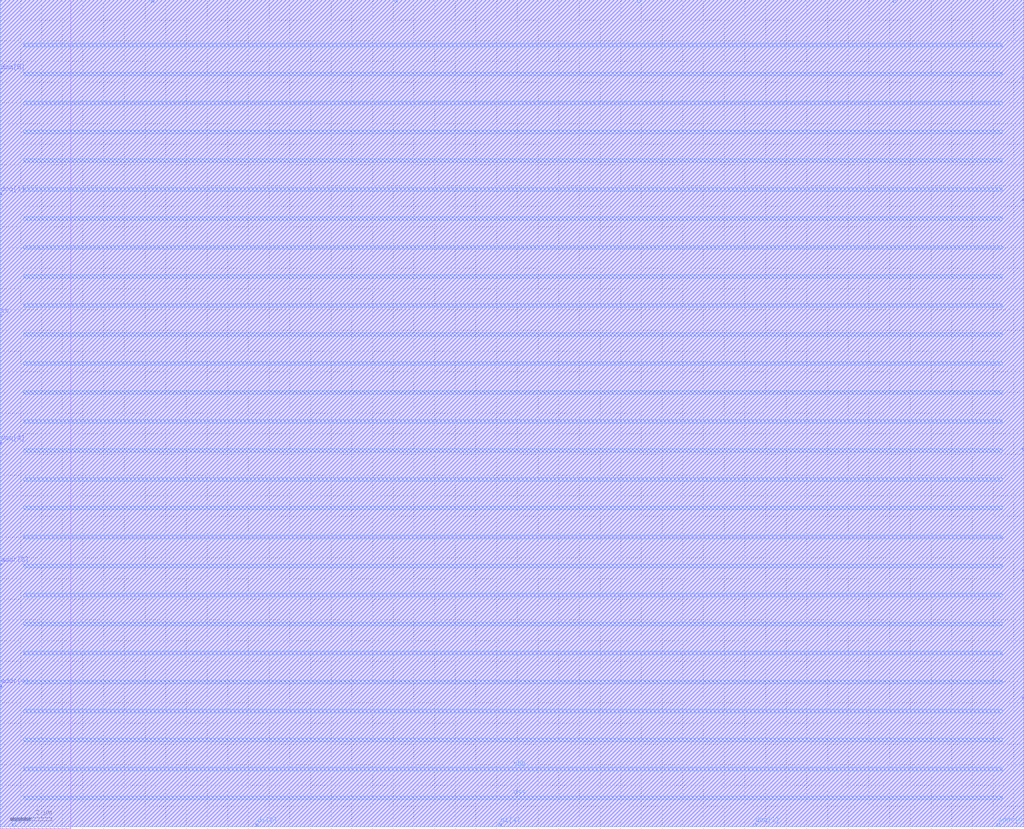
<source format=lef>
VERSION 5.8 ;
BUSBITCHARS "[]" ;
DIVIDERCHAR "/" ;
UNITS
    DATABASE MICRONS 2000 ;
END UNITS

MACRO macro_6x6
  FOREIGN macro_6x6 0 0 ;
  CLASS BLOCK ;
  SIZE 49.49 BY 39.995 ;
  PIN VSS
    USE GROUND ;
    DIRECTION INOUT ;
    PORT
      LAYER metal4 ;
        RECT  1.14 37.715 48.45 37.885 ;
        RECT  1.14 34.915 48.45 35.085 ;
        RECT  1.14 32.115 48.45 32.285 ;
        RECT  1.14 29.315 48.45 29.485 ;
        RECT  1.14 26.515 48.45 26.685 ;
        RECT  1.14 23.715 48.45 23.885 ;
        RECT  1.14 20.915 48.45 21.085 ;
        RECT  1.14 18.115 48.45 18.285 ;
        RECT  1.14 15.315 48.45 15.485 ;
        RECT  1.14 12.515 48.45 12.685 ;
        RECT  1.14 9.715 48.45 9.885 ;
        RECT  1.14 6.915 48.45 7.085 ;
        RECT  1.14 4.115 48.45 4.285 ;
        RECT  1.14 1.315 48.45 1.485 ;
    END
  END VSS
  PIN VDD
    USE POWER ;
    DIRECTION INOUT ;
    PORT
      LAYER metal4 ;
        RECT  1.14 36.315 48.45 36.485 ;
        RECT  1.14 33.515 48.45 33.685 ;
        RECT  1.14 30.715 48.45 30.885 ;
        RECT  1.14 27.915 48.45 28.085 ;
        RECT  1.14 25.115 48.45 25.285 ;
        RECT  1.14 22.315 48.45 22.485 ;
        RECT  1.14 19.515 48.45 19.685 ;
        RECT  1.14 16.715 48.45 16.885 ;
        RECT  1.14 13.915 48.45 14.085 ;
        RECT  1.14 11.115 48.45 11.285 ;
        RECT  1.14 8.315 48.45 8.485 ;
        RECT  1.14 5.515 48.45 5.685 ;
        RECT  1.14 2.715 48.45 2.885 ;
    END
  END VDD
  PIN addr[0]
    DIRECTION INPUT ;
    USE SIGNAL ;
    PORT
      LAYER metal4 ;
        RECT  48.185 0 48.325 0.14 ;
    END
  END addr[0]
  PIN addr[1]
    DIRECTION INPUT ;
    USE SIGNAL ;
    PORT
      LAYER metal3 ;
        RECT  49.42 36.155 49.49 36.225 ;
    END
  END addr[1]
  PIN addr[2]
    DIRECTION INPUT ;
    USE SIGNAL ;
    PORT
      LAYER metal4 ;
        RECT  43.145 39.855 43.285 39.995 ;
    END
  END addr[2]
  PIN addr[3]
    DIRECTION INPUT ;
    USE SIGNAL ;
    PORT
      LAYER metal4 ;
        RECT  19.065 39.855 19.205 39.995 ;
    END
  END addr[3]
  PIN addr[4]
    DIRECTION INPUT ;
    USE SIGNAL ;
    PORT
      LAYER metal3 ;
        RECT  0 6.755 0.07 6.825 ;
    END
  END addr[4]
  PIN addr[5]
    DIRECTION INPUT ;
    USE SIGNAL ;
    PORT
      LAYER metal3 ;
        RECT  0 12.635 0.07 12.705 ;
    END
  END addr[5]
  PIN clk
    DIRECTION INPUT ;
    USE SIGNAL ;
    PORT
      LAYER metal3 ;
        RECT  49.42 12.355 49.49 12.425 ;
    END
  END clk
  PIN cs
    DIRECTION INPUT ;
    USE SIGNAL ;
    PORT
      LAYER metal3 ;
        RECT  0 24.675 0.07 24.745 ;
    END
  END cs
  PIN di[0]
    DIRECTION INPUT ;
    USE SIGNAL ;
    PORT
      LAYER metal3 ;
        RECT  49.42 30.275 49.49 30.345 ;
    END
  END di[0]
  PIN di[1]
    DIRECTION INPUT ;
    USE SIGNAL ;
    PORT
      LAYER metal4 ;
        RECT  0.585 0 0.725 0.14 ;
    END
  END di[1]
  PIN di[2]
    DIRECTION INPUT ;
    USE SIGNAL ;
    PORT
      LAYER metal4 ;
        RECT  12.345 0 12.485 0.14 ;
    END
  END di[2]
  PIN di[3]
    DIRECTION INPUT ;
    USE SIGNAL ;
    PORT
      LAYER metal3 ;
        RECT  49.42 6.195 49.49 6.265 ;
    END
  END di[3]
  PIN di[4]
    DIRECTION INPUT ;
    USE SIGNAL ;
    PORT
      LAYER metal4 ;
        RECT  24.105 0 24.245 0.14 ;
    END
  END di[4]
  PIN di[5]
    DIRECTION INPUT ;
    USE SIGNAL ;
    PORT
      LAYER metal4 ;
        RECT  7.305 39.855 7.445 39.995 ;
    END
  END di[5]
  PIN doq[0]
    DIRECTION OUTPUT ;
    USE SIGNAL ;
    PORT
      LAYER metal3 ;
        RECT  49.42 24.115 49.49 24.185 ;
    END
  END doq[0]
  PIN doq[1]
    DIRECTION OUTPUT ;
    USE SIGNAL ;
    PORT
      LAYER metal3 ;
        RECT  0 30.555 0.07 30.625 ;
    END
  END doq[1]
  PIN doq[2]
    DIRECTION OUTPUT ;
    USE SIGNAL ;
    PORT
      LAYER metal4 ;
        RECT  30.825 39.855 30.965 39.995 ;
    END
  END doq[2]
  PIN doq[3]
    DIRECTION OUTPUT ;
    USE SIGNAL ;
    PORT
      LAYER metal4 ;
        RECT  36.425 0 36.565 0.14 ;
    END
  END doq[3]
  PIN doq[4]
    DIRECTION OUTPUT ;
    USE SIGNAL ;
    PORT
      LAYER metal3 ;
        RECT  0 18.515 0.07 18.585 ;
    END
  END doq[4]
  PIN doq[5]
    DIRECTION OUTPUT ;
    USE SIGNAL ;
    PORT
      LAYER metal3 ;
        RECT  0 36.435 0.07 36.505 ;
    END
  END doq[5]
  PIN we
    DIRECTION INPUT ;
    USE SIGNAL ;
    PORT
      LAYER metal3 ;
        RECT  49.42 18.235 49.49 18.305 ;
    END
  END we
  OBS
    LAYER metal1 ;
     RECT  0 -0.085 3.42 39.995 ;
     RECT  3.42 0 49.49 39.995 ;
    LAYER metal2 ;
     RECT  0 0 49.49 39.995 ;
    LAYER metal3 ;
     RECT  0 0 49.49 39.995 ;
    LAYER metal4 ;
     RECT  0 0 49.49 39.995 ;
  END
END macro_6x6
END LIBRARY

</source>
